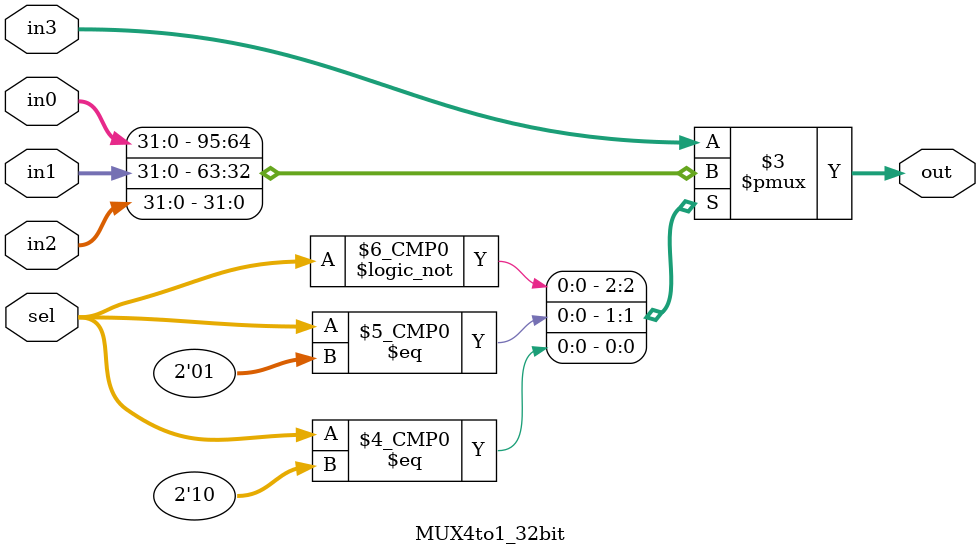
<source format=v>
module MUX4to1_32bit(in0,in1,in2,in3,out,sel);
input [31:0] in0;
input [31:0] in1;
input [31:0] in2;
input [31:0] in3;
input [1:0] sel;
output reg [31:0] out;

always@(sel , in0 , in1 , in2 , in3)
begin

case(sel)
0: out<= in0;
1: out<= in1;
2: out<= in2;
default: out<= in3;
endcase

end

endmodule 
</source>
